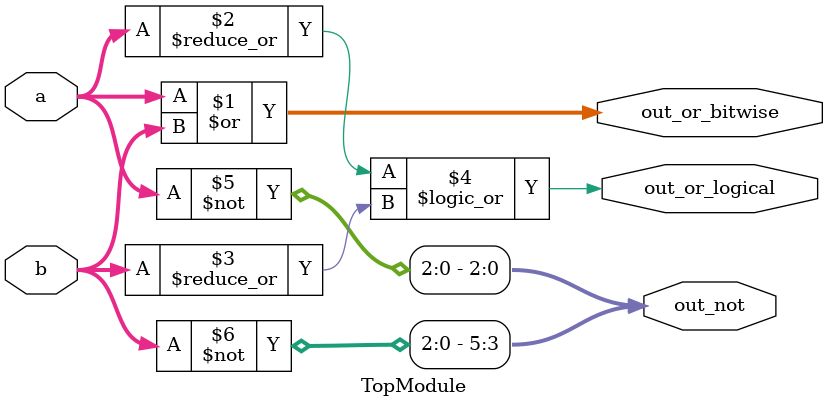
<source format=sv>

module TopModule (
  input [2:0] a,
  input [2:0] b,
  output [2:0] out_or_bitwise,
  output out_or_logical,
  output [5:0] out_not
);

assign out_or_bitwise = a | b;
assign out_or_logical = |a || |b;
assign out_not = {~b, ~a};

endmodule

</source>
